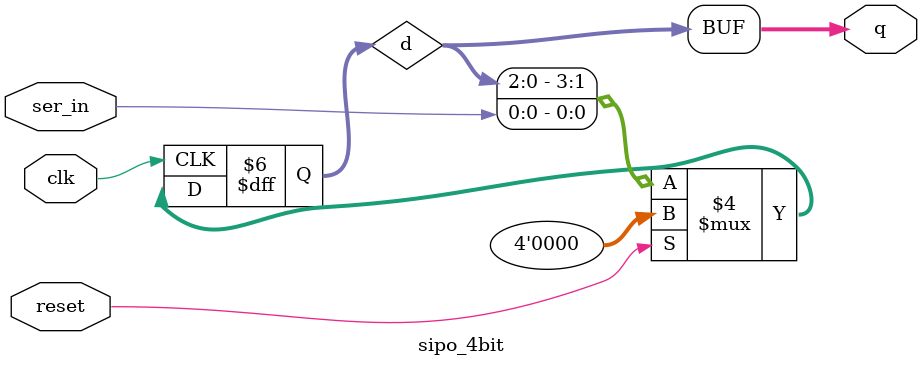
<source format=v>
module sipo_4bit(input clk, input reset, input ser_in, output reg [3:0] q);

reg [3:0] d;

always @ (posedge clk) begin
if (reset) begin
d <= 0;
end else begin
d <= {d[2:0],ser_in};
end
end

always @(*)
q <= d;


endmodule

</source>
